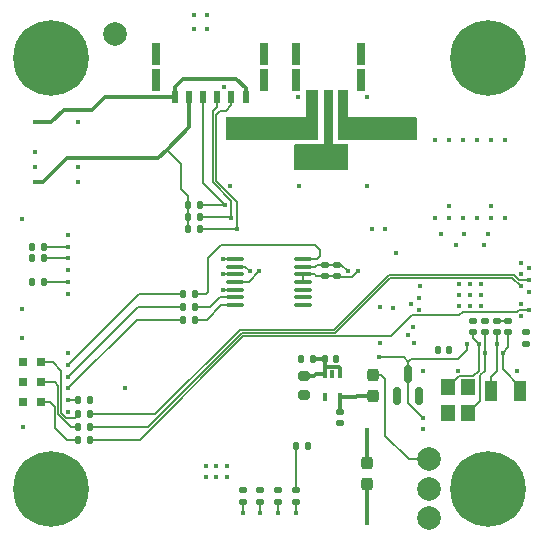
<source format=gbr>
%TF.GenerationSoftware,KiCad,Pcbnew,8.0.7*%
%TF.CreationDate,2025-04-07T22:13:35-04:00*%
%TF.ProjectId,motor-controller,6d6f746f-722d-4636-9f6e-74726f6c6c65,1*%
%TF.SameCoordinates,Original*%
%TF.FileFunction,Copper,L1,Top*%
%TF.FilePolarity,Positive*%
%FSLAX46Y46*%
G04 Gerber Fmt 4.6, Leading zero omitted, Abs format (unit mm)*
G04 Created by KiCad (PCBNEW 8.0.7) date 2025-04-07 22:13:35*
%MOMM*%
%LPD*%
G01*
G04 APERTURE LIST*
G04 Aperture macros list*
%AMRoundRect*
0 Rectangle with rounded corners*
0 $1 Rounding radius*
0 $2 $3 $4 $5 $6 $7 $8 $9 X,Y pos of 4 corners*
0 Add a 4 corners polygon primitive as box body*
4,1,4,$2,$3,$4,$5,$6,$7,$8,$9,$2,$3,0*
0 Add four circle primitives for the rounded corners*
1,1,$1+$1,$2,$3*
1,1,$1+$1,$4,$5*
1,1,$1+$1,$6,$7*
1,1,$1+$1,$8,$9*
0 Add four rect primitives between the rounded corners*
20,1,$1+$1,$2,$3,$4,$5,0*
20,1,$1+$1,$4,$5,$6,$7,0*
20,1,$1+$1,$6,$7,$8,$9,0*
20,1,$1+$1,$8,$9,$2,$3,0*%
G04 Aperture macros list end*
%TA.AperFunction,SMDPad,CuDef*%
%ADD10RoundRect,0.135000X0.185000X-0.135000X0.185000X0.135000X-0.185000X0.135000X-0.185000X-0.135000X0*%
%TD*%
%TA.AperFunction,SMDPad,CuDef*%
%ADD11RoundRect,0.135000X-0.185000X0.135000X-0.185000X-0.135000X0.185000X-0.135000X0.185000X0.135000X0*%
%TD*%
%TA.AperFunction,SMDPad,CuDef*%
%ADD12RoundRect,0.140000X0.170000X-0.140000X0.170000X0.140000X-0.170000X0.140000X-0.170000X-0.140000X0*%
%TD*%
%TA.AperFunction,SMDPad,CuDef*%
%ADD13RoundRect,0.135000X0.135000X0.185000X-0.135000X0.185000X-0.135000X-0.185000X0.135000X-0.185000X0*%
%TD*%
%TA.AperFunction,SMDPad,CuDef*%
%ADD14RoundRect,0.140000X0.140000X0.170000X-0.140000X0.170000X-0.140000X-0.170000X0.140000X-0.170000X0*%
%TD*%
%TA.AperFunction,SMDPad,CuDef*%
%ADD15RoundRect,0.140000X-0.140000X-0.170000X0.140000X-0.170000X0.140000X0.170000X-0.140000X0.170000X0*%
%TD*%
%TA.AperFunction,SMDPad,CuDef*%
%ADD16R,0.800000X0.800000*%
%TD*%
%TA.AperFunction,SMDPad,CuDef*%
%ADD17R,1.200000X1.400000*%
%TD*%
%TA.AperFunction,SMDPad,CuDef*%
%ADD18RoundRect,0.150000X0.150000X-0.587500X0.150000X0.587500X-0.150000X0.587500X-0.150000X-0.587500X0*%
%TD*%
%TA.AperFunction,ComponentPad*%
%ADD19C,3.600000*%
%TD*%
%TA.AperFunction,ConnectorPad*%
%ADD20C,6.400000*%
%TD*%
%TA.AperFunction,SMDPad,CuDef*%
%ADD21RoundRect,0.135000X-0.135000X-0.185000X0.135000X-0.185000X0.135000X0.185000X-0.135000X0.185000X0*%
%TD*%
%TA.AperFunction,SMDPad,CuDef*%
%ADD22RoundRect,0.237500X0.237500X-0.287500X0.237500X0.287500X-0.237500X0.287500X-0.237500X-0.287500X0*%
%TD*%
%TA.AperFunction,SMDPad,CuDef*%
%ADD23RoundRect,0.100000X-0.100000X0.225000X-0.100000X-0.225000X0.100000X-0.225000X0.100000X0.225000X0*%
%TD*%
%TA.AperFunction,SMDPad,CuDef*%
%ADD24RoundRect,0.100000X-0.637500X-0.100000X0.637500X-0.100000X0.637500X0.100000X-0.637500X0.100000X0*%
%TD*%
%TA.AperFunction,SMDPad,CuDef*%
%ADD25R,0.600000X1.100000*%
%TD*%
%TA.AperFunction,SMDPad,CuDef*%
%ADD26R,0.700000X1.850000*%
%TD*%
%TA.AperFunction,SMDPad,CuDef*%
%ADD27RoundRect,0.140000X-0.170000X0.140000X-0.170000X-0.140000X0.170000X-0.140000X0.170000X0.140000X0*%
%TD*%
%TA.AperFunction,SMDPad,CuDef*%
%ADD28R,1.000000X1.800000*%
%TD*%
%TA.AperFunction,SMDPad,CuDef*%
%ADD29RoundRect,0.200000X0.275000X-0.200000X0.275000X0.200000X-0.275000X0.200000X-0.275000X-0.200000X0*%
%TD*%
%TA.AperFunction,ViaPad*%
%ADD30C,0.450000*%
%TD*%
%TA.AperFunction,ViaPad*%
%ADD31C,2.000000*%
%TD*%
%TA.AperFunction,Conductor*%
%ADD32C,0.153000*%
%TD*%
%TA.AperFunction,Conductor*%
%ADD33C,0.300000*%
%TD*%
%TA.AperFunction,Conductor*%
%ADD34C,0.200000*%
%TD*%
G04 APERTURE END LIST*
D10*
%TO.P,R35,1*%
%TO.N,Net-(J5-Pin_8)*%
X212250000Y-166609999D03*
%TO.P,R35,2*%
%TO.N,/BOOT_UART.TX*%
X212250000Y-165590001D03*
%TD*%
D11*
%TO.P,R34,1*%
%TO.N,+3V3*%
X210750000Y-165590001D03*
%TO.P,R34,2*%
%TO.N,/BOOT_UART.RX*%
X210750000Y-166609999D03*
%TD*%
D12*
%TO.P,C13,1*%
%TO.N,+3V3*%
X214700000Y-147480000D03*
%TO.P,C13,2*%
%TO.N,GND*%
X214700000Y-146520000D03*
%TD*%
D13*
%TO.P,R15,1*%
%TO.N,/motor_driver/LED_{FW_READY}*%
X194859999Y-160250000D03*
%TO.P,R15,2*%
%TO.N,Net-(D4-A)*%
X193840001Y-160250000D03*
%TD*%
D14*
%TO.P,C5,1*%
%TO.N,+3V0*%
X225230000Y-153750000D03*
%TO.P,C5,2*%
%TO.N,GND*%
X224270000Y-153750000D03*
%TD*%
D15*
%TO.P,C14,1*%
%TO.N,/3v3_FILT*%
X214720000Y-154500000D03*
%TO.P,C14,2*%
%TO.N,GND*%
X215680000Y-154500000D03*
%TD*%
D10*
%TO.P,R20,1*%
%TO.N,/BOOT_UART.RST*%
X209250000Y-166609999D03*
%TO.P,R20,2*%
%TO.N,GND*%
X209250000Y-165590001D03*
%TD*%
D16*
%TO.P,D5,1,K*%
%TO.N,GND*%
X189150000Y-154800000D03*
%TO.P,D5,2,A*%
%TO.N,Net-(D5-A)*%
X190650000Y-154800000D03*
%TD*%
D12*
%TO.P,C21,1*%
%TO.N,/motor_driver/OSC_P*%
X228250000Y-152230000D03*
%TO.P,C21,2*%
%TO.N,GND*%
X228250000Y-151270000D03*
%TD*%
D17*
%TO.P,Y2,1,1*%
%TO.N,/motor_driver/OSC_N*%
X225150000Y-156900000D03*
%TO.P,Y2,2,2*%
%TO.N,GND*%
X225150000Y-159100000D03*
%TO.P,Y2,3,3*%
%TO.N,/motor_driver/OSC_P*%
X226850000Y-159100000D03*
%TO.P,Y2,4,4*%
%TO.N,GND*%
X226850000Y-156900000D03*
%TD*%
D13*
%TO.P,R8,1*%
%TO.N,/motor_driver/LED_{WARN}*%
X194859999Y-161350000D03*
%TO.P,R8,2*%
%TO.N,Net-(D3-A)*%
X193840001Y-161350000D03*
%TD*%
D18*
%TO.P,Q7,1,G*%
%TO.N,/BOOT_UART.RST*%
X220800000Y-157687500D03*
%TO.P,Q7,2,S*%
%TO.N,GND*%
X222700000Y-157687500D03*
%TO.P,Q7,3,D*%
%TO.N,/motor_driver/NRST*%
X221750000Y-155812500D03*
%TD*%
D19*
%TO.P,H2,1*%
%TO.N,N/C*%
X228500000Y-129000000D03*
D20*
X228500000Y-129000000D03*
%TD*%
D19*
%TO.P,H1,1*%
%TO.N,N/C*%
X191500000Y-129000000D03*
D20*
X191500000Y-129000000D03*
%TD*%
D14*
%TO.P,C17,1*%
%TO.N,/3v3_FILT*%
X213680000Y-154500000D03*
%TO.P,C17,2*%
%TO.N,GND*%
X212720000Y-154500000D03*
%TD*%
D21*
%TO.P,R28,1*%
%TO.N,+3V3*%
X203090001Y-142500000D03*
%TO.P,R28,2*%
%TO.N,/motor_driver/HALL_{1}*%
X204109999Y-142500000D03*
%TD*%
%TO.P,R40,1*%
%TO.N,GND*%
X189940000Y-146000000D03*
%TO.P,R40,2*%
%TO.N,/encoder/SCK*%
X190960000Y-146000000D03*
%TD*%
%TO.P,R29,1*%
%TO.N,+3V3*%
X203090001Y-143500000D03*
%TO.P,R29,2*%
%TO.N,/motor_driver/HALL_{2}*%
X204109999Y-143500000D03*
%TD*%
%TO.P,R31,1*%
%TO.N,GND*%
X189940000Y-148000000D03*
%TO.P,R31,2*%
%TO.N,/encoder/MOSI*%
X190960000Y-148000000D03*
%TD*%
D12*
%TO.P,C20,1*%
%TO.N,/motor_driver/OSC_N*%
X227250000Y-152230000D03*
%TO.P,C20,2*%
%TO.N,GND*%
X227250000Y-151270000D03*
%TD*%
D22*
%TO.P,F3,1*%
%TO.N,Net-(J5-Pin_12)*%
X218250000Y-165074999D03*
%TO.P,F3,2*%
%TO.N,+3V3*%
X218250000Y-163325001D03*
%TD*%
D23*
%TO.P,U3,1,IN*%
%TO.N,/3v3_FILT*%
X216000000Y-155800000D03*
%TO.P,U3,2,GND*%
%TO.N,GND*%
X215350000Y-155800001D03*
%TO.P,U3,3,EN*%
%TO.N,/3v3_FILT*%
X214700000Y-155800000D03*
%TO.P,U3,4,NC*%
%TO.N,unconnected-(U3-NC-Pad4)*%
X214700000Y-157700000D03*
%TO.P,U3,5,OUT*%
%TO.N,/3v0_PREFUSE*%
X216000000Y-157700000D03*
%TD*%
D16*
%TO.P,D3,1,K*%
%TO.N,GND*%
X189150000Y-158200000D03*
%TO.P,D3,2,A*%
%TO.N,Net-(D3-A)*%
X190650000Y-158200000D03*
%TD*%
D24*
%TO.P,U2,1,CSn*%
%TO.N,/encoder/CSn*%
X207137500Y-146050000D03*
%TO.P,U2,2,CLK*%
%TO.N,/encoder/SCK*%
X207137500Y-146700000D03*
%TO.P,U2,3,MISO*%
%TO.N,/encoder/MISO*%
X207137500Y-147350000D03*
%TO.P,U2,4,MOSI*%
%TO.N,/encoder/MOSI*%
X207137500Y-148000000D03*
%TO.P,U2,5,Test*%
%TO.N,GND*%
X207137500Y-148650000D03*
%TO.P,U2,6,B*%
%TO.N,Net-(U2-B)*%
X207137500Y-149300000D03*
%TO.P,U2,7,A*%
%TO.N,Net-(U2-A)*%
X207137500Y-149950000D03*
%TO.P,U2,8,W/PWM*%
%TO.N,unconnected-(U2-W{slash}PWM-Pad8)*%
X212862500Y-149950000D03*
%TO.P,U2,9,V*%
%TO.N,unconnected-(U2-V-Pad9)*%
X212862500Y-149300000D03*
%TO.P,U2,10,U*%
%TO.N,unconnected-(U2-U-Pad10)*%
X212862500Y-148650000D03*
%TO.P,U2,11,VDD*%
%TO.N,+3V3*%
X212862500Y-148000000D03*
%TO.P,U2,12,VDD3V3*%
X212862500Y-147350000D03*
%TO.P,U2,13,GND*%
%TO.N,GND*%
X212862500Y-146700000D03*
%TO.P,U2,14,I*%
%TO.N,Net-(U2-I)*%
X212862500Y-146050000D03*
%TD*%
D16*
%TO.P,D4,1,K*%
%TO.N,GND*%
X189150000Y-156500000D03*
%TO.P,D4,2,A*%
%TO.N,Net-(D4-A)*%
X190650000Y-156500000D03*
%TD*%
D25*
%TO.P,J4,1,Pin_1*%
%TO.N,GND*%
X202000000Y-132300000D03*
%TO.P,J4,2,Pin_2*%
%TO.N,+3V3*%
X203200000Y-132300000D03*
%TO.P,J4,3,Pin_3*%
%TO.N,/motor_driver/HALL_{3}*%
X204400000Y-132300000D03*
%TO.P,J4,4,Pin_4*%
%TO.N,/motor_driver/HALL_{1}*%
X205600000Y-132300000D03*
%TO.P,J4,5,Pin_5*%
%TO.N,/motor_driver/HALL_{2}*%
X206800000Y-132300000D03*
%TO.P,J4,6,Pin_6*%
%TO.N,GND*%
X208000000Y-132300000D03*
D26*
%TO.P,J4,MP*%
%TO.N,N/C*%
X200450000Y-128675000D03*
X200450000Y-130875000D03*
X209550000Y-128675000D03*
X209550000Y-130875000D03*
%TD*%
D12*
%TO.P,C12,1*%
%TO.N,+3V3*%
X215700000Y-147480000D03*
%TO.P,C12,2*%
%TO.N,GND*%
X215700000Y-146520000D03*
%TD*%
D21*
%TO.P,R33,1*%
%TO.N,/encoder/VEL_ENC.A*%
X202690001Y-151200000D03*
%TO.P,R33,2*%
%TO.N,Net-(U2-A)*%
X203709999Y-151200000D03*
%TD*%
D19*
%TO.P,H3,1*%
%TO.N,N/C*%
X191500000Y-165500000D03*
D20*
X191500000Y-165500000D03*
%TD*%
D19*
%TO.P,H4,1*%
%TO.N,N/C*%
X228500000Y-165500000D03*
D20*
X228500000Y-165500000D03*
%TD*%
D21*
%TO.P,R41,1*%
%TO.N,/encoder/VEL_ENC.B*%
X202690001Y-150100000D03*
%TO.P,R41,2*%
%TO.N,Net-(U2-B)*%
X203709999Y-150100000D03*
%TD*%
%TO.P,R7,1*%
%TO.N,/motor_driver/VEL_ENC_{~{DET}}*%
X193840001Y-158000000D03*
%TO.P,R7,2*%
%TO.N,+3V3*%
X194859999Y-158000000D03*
%TD*%
D27*
%TO.P,C15,1*%
%TO.N,/3v0_PREFUSE*%
X216000000Y-158970000D03*
%TO.P,C15,2*%
%TO.N,GND*%
X216000000Y-159930000D03*
%TD*%
D10*
%TO.P,R37,1*%
%TO.N,/BOOT_UART.BOOT0*%
X207750000Y-166609999D03*
%TO.P,R37,2*%
%TO.N,GND*%
X207750000Y-165590001D03*
%TD*%
D13*
%TO.P,R32,1*%
%TO.N,/encoder/CSn*%
X190959999Y-145000000D03*
%TO.P,R32,2*%
%TO.N,+3V3*%
X189940001Y-145000000D03*
%TD*%
D25*
%TO.P,J2,1,Pin_1*%
%TO.N,/motor_driver/MOTOR_{W}*%
X213800000Y-132300000D03*
%TO.P,J2,2,Pin_2*%
%TO.N,/motor_driver/MOTOR_{U}*%
X215000000Y-132300000D03*
%TO.P,J2,3,Pin_3*%
%TO.N,/motor_driver/MOTOR_{V}*%
X216200000Y-132300000D03*
D26*
%TO.P,J2,MP*%
%TO.N,N/C*%
X212250000Y-128675000D03*
X212250000Y-130875000D03*
X217750000Y-128675000D03*
X217750000Y-130875000D03*
%TD*%
D27*
%TO.P,C3,1*%
%TO.N,+3V3*%
X231750000Y-152270000D03*
%TO.P,C3,2*%
%TO.N,GND*%
X231750000Y-153230000D03*
%TD*%
D22*
%TO.P,F1,1*%
%TO.N,/3v0_PREFUSE*%
X218750000Y-157624999D03*
%TO.P,F1,2*%
%TO.N,+3V0*%
X218750000Y-155875001D03*
%TD*%
D12*
%TO.P,C19,1*%
%TO.N,/motor_driver/OSC32_P*%
X230250000Y-152230000D03*
%TO.P,C19,2*%
%TO.N,GND*%
X230250000Y-151270000D03*
%TD*%
D13*
%TO.P,R16,1*%
%TO.N,/motor_driver/LED_{ERROR}*%
X194859999Y-159150000D03*
%TO.P,R16,2*%
%TO.N,Net-(D5-A)*%
X193840001Y-159150000D03*
%TD*%
D21*
%TO.P,R42,1*%
%TO.N,/encoder/VEL_ENC.Z*%
X202690001Y-149000000D03*
%TO.P,R42,2*%
%TO.N,Net-(U2-I)*%
X203709999Y-149000000D03*
%TD*%
%TO.P,R30,1*%
%TO.N,+3V3*%
X203090001Y-141500000D03*
%TO.P,R30,2*%
%TO.N,/motor_driver/HALL_{3}*%
X204109999Y-141500000D03*
%TD*%
D28*
%TO.P,Y1,1,1*%
%TO.N,/motor_driver/OSC32_N*%
X228750001Y-157250000D03*
%TO.P,Y1,2,2*%
%TO.N,/motor_driver/OSC32_P*%
X231249999Y-157250000D03*
%TD*%
D29*
%TO.P,L1,1,1*%
%TO.N,+3V3*%
X212950000Y-157575000D03*
%TO.P,L1,2,2*%
%TO.N,/3v3_FILT*%
X212950000Y-155925000D03*
%TD*%
D21*
%TO.P,R39,1*%
%TO.N,/BOOT_UART.TX*%
X212240001Y-161850000D03*
%TO.P,R39,2*%
%TO.N,/motor_driver/SWCLK*%
X213259999Y-161850000D03*
%TD*%
D12*
%TO.P,C18,1*%
%TO.N,/motor_driver/OSC32_N*%
X229250000Y-152230000D03*
%TO.P,C18,2*%
%TO.N,GND*%
X229250000Y-151270000D03*
%TD*%
D30*
%TO.N,/motor_driver/MOTOR_{U}*%
X212700000Y-138000000D03*
X213600000Y-138000000D03*
X216300000Y-136900000D03*
X212700000Y-136900000D03*
X215400000Y-138000000D03*
X215400000Y-136900000D03*
X216300000Y-138000000D03*
X214500000Y-136900000D03*
X228520000Y-143900000D03*
X213600000Y-136900000D03*
X214500000Y-138000000D03*
D31*
%TO.N,GND*%
X223500000Y-165500000D03*
D30*
X227900000Y-149100000D03*
X222800000Y-148350000D03*
X220500000Y-150169999D03*
X189940000Y-148000000D03*
X204650000Y-164550000D03*
X223000000Y-155500000D03*
X227000000Y-149100000D03*
X227000000Y-150000000D03*
X231350000Y-149850000D03*
X189150000Y-154800000D03*
X227900000Y-150000000D03*
X231750000Y-153230000D03*
X189150000Y-158200000D03*
X204650000Y-163550000D03*
X207750000Y-165590001D03*
X224250000Y-153750000D03*
X226100000Y-148200000D03*
X229250000Y-151270000D03*
X227900000Y-148200000D03*
X205500000Y-164550000D03*
X189940000Y-146000000D03*
X212720000Y-154500000D03*
X203600000Y-126600000D03*
X206400000Y-163550000D03*
X203600000Y-125400000D03*
X193000001Y-149000000D03*
X205500000Y-163550000D03*
X206400000Y-164550000D03*
X190180000Y-134460000D03*
X189100000Y-152700000D03*
X216625000Y-147100000D03*
X189125000Y-160300000D03*
X223000000Y-160480000D03*
X189150000Y-156500000D03*
X215350000Y-155800001D03*
X227250000Y-151270000D03*
X215680000Y-154500000D03*
X227000000Y-148200000D03*
X219800000Y-143520000D03*
X204700000Y-125400000D03*
X190180000Y-138270000D03*
X193000001Y-154000000D03*
X189100000Y-142700000D03*
X206100000Y-148650000D03*
X204700000Y-126600000D03*
X222700000Y-157687500D03*
X209250000Y-165600000D03*
X189100000Y-150300000D03*
X190200000Y-137000000D03*
X228250000Y-151270000D03*
X216000000Y-159930000D03*
X226850000Y-156900000D03*
X226100000Y-150000000D03*
X231000000Y-155500000D03*
X226100000Y-149100000D03*
X219350000Y-150140001D03*
X225150000Y-159100000D03*
D31*
%TO.N,+BATT*%
X196900000Y-127000000D03*
D30*
X219350000Y-153159999D03*
X197825000Y-156950000D03*
X225975001Y-155500000D03*
%TO.N,+3V0*%
X225230000Y-153750000D03*
X220725000Y-145540001D03*
X218750000Y-155875001D03*
X218725000Y-143490001D03*
D31*
X223500000Y-163000000D03*
D30*
%TO.N,/motor_driver/MOTOR_{V}*%
X220200000Y-135500000D03*
X222000000Y-135500000D03*
X221100000Y-135500000D03*
X219300000Y-135500000D03*
X218400000Y-135500000D03*
X221100000Y-134500000D03*
X218400000Y-134500000D03*
X220200000Y-134500000D03*
X222000000Y-134500000D03*
X226520000Y-143900000D03*
X219300000Y-134500000D03*
%TO.N,/motor_driver/MOTOR_{W}*%
X210500000Y-135500000D03*
X207800000Y-135500000D03*
X224520000Y-143900000D03*
X209600000Y-134400000D03*
X206900000Y-135500000D03*
X206900000Y-134400000D03*
X207800000Y-134400000D03*
X208700000Y-135500000D03*
X210500000Y-134400000D03*
X209600000Y-135500000D03*
X208700000Y-134400000D03*
%TO.N,/motor_driver/NRST*%
X226750000Y-153250000D03*
X223000000Y-159520000D03*
X193820000Y-134460000D03*
X219250000Y-154375000D03*
%TO.N,/motor_driver/OSC32_N*%
X229250000Y-153250000D03*
%TO.N,/motor_driver/OSC32_P*%
X229750000Y-154000000D03*
%TO.N,/motor_driver/OSC_N*%
X227750000Y-153250000D03*
%TO.N,/motor_driver/OSC_P*%
X228250000Y-154000000D03*
%TO.N,Net-(D1B-K)*%
X228200000Y-144900000D03*
X228800000Y-141590001D03*
%TO.N,Net-(D2B-K)*%
X225800000Y-144900000D03*
X225200000Y-141590001D03*
%TO.N,+3V3*%
X189940001Y-145000000D03*
X231750000Y-152270000D03*
X217525000Y-147100000D03*
X210750000Y-165590001D03*
X190180000Y-139540000D03*
X193000001Y-159000000D03*
X212950000Y-157575000D03*
X194859999Y-158000000D03*
X218250000Y-162150000D03*
X218250000Y-161300000D03*
X218250000Y-160500000D03*
D31*
X223500000Y-168000000D03*
D30*
X193000001Y-144000000D03*
%TO.N,/motor_driver/VEL_ENC_{~{DET}}*%
X222650000Y-150350000D03*
X193000000Y-158000000D03*
%TO.N,/encoder/VEL_ENC.B*%
X222650000Y-149350000D03*
X193000000Y-156000000D03*
%TO.N,/encoder/VEL_ENC.A*%
X222000000Y-149850000D03*
X193000000Y-157000000D03*
%TO.N,/encoder/VEL_ENC.Z*%
X231350000Y-150850000D03*
X193000000Y-155000000D03*
%TO.N,/encoder/MOSI*%
X193000000Y-148000000D03*
X209150000Y-147100000D03*
%TO.N,/encoder/SCK*%
X208350000Y-147100000D03*
X193000000Y-146000000D03*
%TO.N,/encoder/MISO*%
X193000000Y-147000000D03*
X206100000Y-147350000D03*
%TO.N,/encoder/CSn*%
X206100000Y-146050000D03*
X193000000Y-145000000D03*
%TO.N,/BOOT_UART.RST*%
X209250000Y-167575000D03*
X220800000Y-157687500D03*
%TO.N,Net-(Q1-G)*%
X212445000Y-132300000D03*
X228800000Y-142609999D03*
X228800000Y-135990001D03*
%TO.N,Net-(Q2-G)*%
X230000000Y-135990001D03*
X230000000Y-142609999D03*
X212495001Y-139900000D03*
%TO.N,Net-(Q3-G)*%
X218295001Y-132300000D03*
X226400000Y-142609999D03*
X226400000Y-135990001D03*
%TO.N,/motor_driver/LED_{WARN}*%
X232000000Y-150350000D03*
%TO.N,Net-(Q4-G)*%
X227600000Y-142609999D03*
X218295001Y-139900000D03*
X227600000Y-135990001D03*
%TO.N,Net-(Q5-G)*%
X206175000Y-131450000D03*
X224000000Y-142609999D03*
X224000000Y-135990001D03*
%TO.N,Net-(Q6-G)*%
X206695001Y-139900000D03*
X225200000Y-142609999D03*
X225200000Y-135990001D03*
%TO.N,/motor_driver/LED_{FW_READY}*%
X231350000Y-148350000D03*
%TO.N,/motor_driver/LED_{ERROR}*%
X232000000Y-147850000D03*
%TO.N,/motor_driver/HALL_{1}*%
X222250000Y-153153500D03*
X206800000Y-142550000D03*
%TO.N,/motor_driver/HALL_{2}*%
X221750000Y-152525000D03*
X207300000Y-143500000D03*
%TO.N,/motor_driver/HALL_{3}*%
X206250000Y-141500000D03*
X222200000Y-151850000D03*
%TO.N,/BOOT_UART.RX*%
X210750000Y-167575000D03*
X231350000Y-147350000D03*
%TO.N,Net-(J5-Pin_8)*%
X212250000Y-167575000D03*
%TO.N,/BOOT_UART.BOOT0*%
X207750000Y-167575000D03*
X232000000Y-148850000D03*
%TO.N,/motor_driver/SWCLK*%
X213259999Y-161850000D03*
X193820000Y-138270000D03*
X232000000Y-146850000D03*
%TO.N,Net-(J5-Pin_12)*%
X218250000Y-166750000D03*
X218250000Y-168400000D03*
X218250000Y-167575000D03*
%TO.N,/motor_driver/SWDIO*%
X193820000Y-139540000D03*
X231350000Y-146350000D03*
%TD*%
D32*
%TO.N,GND*%
X207700000Y-165590001D02*
X207750000Y-165590001D01*
D33*
X192600000Y-133400000D02*
X191540000Y-134460000D01*
X202000000Y-132300000D02*
X196100000Y-132300000D01*
D32*
X209250000Y-165590001D02*
X209250000Y-165600000D01*
D33*
X207200000Y-130800000D02*
X202700000Y-130800000D01*
D34*
X212862500Y-146700000D02*
X213900000Y-146700000D01*
D33*
X208000000Y-132300000D02*
X208000000Y-131600000D01*
D32*
X227050000Y-156700000D02*
X226850000Y-156900000D01*
D34*
X214080000Y-146520000D02*
X214700000Y-146520000D01*
D32*
X227080000Y-156700000D02*
X227050000Y-156700000D01*
X230250000Y-151270000D02*
X229250000Y-151270000D01*
D34*
X213900000Y-146700000D02*
X214080000Y-146520000D01*
D33*
X202000000Y-131500000D02*
X202000000Y-132300000D01*
X195000000Y-133400000D02*
X192600000Y-133400000D01*
X202700000Y-130800000D02*
X202000000Y-131500000D01*
X196100000Y-132300000D02*
X195000000Y-133400000D01*
D34*
X216045000Y-146520000D02*
X216625000Y-147100000D01*
D32*
X206100000Y-148650000D02*
X207137500Y-148650000D01*
D33*
X191540000Y-134460000D02*
X190180000Y-134460000D01*
D32*
X222700000Y-157700000D02*
X222750000Y-157750000D01*
D34*
X215700000Y-146520000D02*
X214700000Y-146520000D01*
X215700000Y-146520000D02*
X216045000Y-146520000D01*
D33*
X208000000Y-131600000D02*
X207200000Y-130800000D01*
D32*
X222700000Y-157687500D02*
X222700000Y-157700000D01*
D34*
%TO.N,+3V0*%
X219800000Y-161000000D02*
X221800000Y-163000000D01*
X219475001Y-155875001D02*
X219800000Y-156200000D01*
X219800000Y-156200000D02*
X219800000Y-161000000D01*
X218750000Y-155875001D02*
X219475001Y-155875001D01*
X221800000Y-163000000D02*
X223500000Y-163000000D01*
D33*
%TO.N,/3v3_FILT*%
X213825000Y-155925000D02*
X213950000Y-155800000D01*
X212950000Y-155925000D02*
X213825000Y-155925000D01*
X214720000Y-155200000D02*
X214720000Y-155780000D01*
X214721999Y-155198001D02*
X214720000Y-155200000D01*
X215898001Y-155198001D02*
X214721999Y-155198001D01*
X216000000Y-155800000D02*
X216000000Y-155300000D01*
X216000000Y-155300000D02*
X215898001Y-155198001D01*
X214720000Y-155780000D02*
X214700000Y-155800000D01*
X213950000Y-155800000D02*
X214700000Y-155800000D01*
X214720000Y-154500000D02*
X214720000Y-155200000D01*
X213680000Y-154500000D02*
X214720000Y-154500000D01*
%TO.N,/3v0_PREFUSE*%
X216000000Y-157700000D02*
X217350000Y-157700000D01*
X217350000Y-157700000D02*
X217425001Y-157624999D01*
X216000000Y-158970000D02*
X216000000Y-157700000D01*
X217425001Y-157624999D02*
X218750000Y-157624999D01*
X216000001Y-157699999D02*
X216000000Y-157700000D01*
D32*
%TO.N,/motor_driver/NRST*%
X219250000Y-154375000D02*
X221375000Y-154375000D01*
X222000000Y-154500000D02*
X226000000Y-154500000D01*
X221750000Y-158270000D02*
X223000000Y-159520000D01*
X226000000Y-154500000D02*
X226750000Y-153750000D01*
X221375000Y-154375000D02*
X221750000Y-154750000D01*
X221750000Y-155800000D02*
X221750000Y-158270000D01*
X221750000Y-154750000D02*
X222000000Y-154500000D01*
X221750000Y-155800000D02*
X221750000Y-154750000D01*
X226750000Y-153750000D02*
X226750000Y-153250000D01*
%TO.N,/motor_driver/OSC32_N*%
X229250000Y-152230000D02*
X229250000Y-153250000D01*
X228750001Y-156024999D02*
X229250000Y-155525000D01*
X229250000Y-155525000D02*
X229250000Y-153250000D01*
X228750001Y-157250000D02*
X228750001Y-156024999D01*
%TO.N,/motor_driver/OSC32_P*%
X230250000Y-153500000D02*
X229750000Y-154000000D01*
X231249999Y-157250000D02*
X231249999Y-156849999D01*
X231249999Y-157500000D02*
X231249999Y-157950001D01*
X230250000Y-152230000D02*
X230250000Y-153500000D01*
X231200001Y-157549999D02*
X231249999Y-157500000D01*
X229750000Y-155350000D02*
X229750000Y-154000000D01*
X231249999Y-156849999D02*
X229750000Y-155350000D01*
%TO.N,/motor_driver/OSC_N*%
X227750000Y-155500000D02*
X227750000Y-153250000D01*
X225150000Y-156900000D02*
X226053500Y-155996500D01*
X227250000Y-152230000D02*
X227250000Y-152750000D01*
X227253500Y-155996500D02*
X227750000Y-155500000D01*
X226053500Y-155996500D02*
X227253500Y-155996500D01*
X227250000Y-152750000D02*
X227750000Y-153250000D01*
%TO.N,/motor_driver/OSC_P*%
X226850000Y-159100000D02*
X227850000Y-158100000D01*
X227850000Y-155900000D02*
X228250000Y-155500000D01*
X228250000Y-155500000D02*
X228250000Y-154000000D01*
X228250000Y-152230000D02*
X228250000Y-154000000D01*
X227850000Y-158100000D02*
X227850000Y-155900000D01*
D34*
%TO.N,+3V3*%
X201300000Y-136800000D02*
X202490000Y-137990000D01*
X203090001Y-141500000D02*
X203090001Y-142500000D01*
X213980000Y-147480000D02*
X214700000Y-147480000D01*
D33*
X203200000Y-134900000D02*
X201300000Y-136800000D01*
D34*
X203090001Y-142500000D02*
X203090001Y-143500000D01*
X215700000Y-147480000D02*
X214700000Y-147480000D01*
D33*
X218250000Y-163325001D02*
X218250000Y-160500000D01*
D34*
X213850000Y-147350000D02*
X213980000Y-147480000D01*
X215824000Y-147604000D02*
X217021000Y-147604000D01*
D33*
X190860000Y-139540000D02*
X190180000Y-139540000D01*
X200600000Y-137500000D02*
X192900000Y-137500000D01*
D34*
X217021000Y-147604000D02*
X217525000Y-147100000D01*
X202490000Y-137990000D02*
X202490000Y-140140000D01*
X212862500Y-147350000D02*
X213850000Y-147350000D01*
X212862500Y-148000000D02*
X212862500Y-147350000D01*
D33*
X203200000Y-132300000D02*
X203200000Y-134900000D01*
D34*
X203090001Y-140740001D02*
X203090001Y-141500000D01*
X215700000Y-147480000D02*
X215824000Y-147604000D01*
X202490000Y-140140000D02*
X203090001Y-140740001D01*
D33*
X192900000Y-137500000D02*
X190860000Y-139540000D01*
X201300000Y-136800000D02*
X200600000Y-137500000D01*
D32*
%TO.N,/motor_driver/VEL_ENC_{~{DET}}*%
X193840001Y-158000000D02*
X192900000Y-158000000D01*
X192900000Y-158000000D02*
X193000000Y-158000000D01*
%TO.N,/encoder/VEL_ENC.B*%
X193000000Y-156000000D02*
X198900000Y-150100000D01*
X198900000Y-150100000D02*
X202690001Y-150100000D01*
%TO.N,/encoder/VEL_ENC.A*%
X193000000Y-157000000D02*
X198800000Y-151200000D01*
X198800000Y-151200000D02*
X202690001Y-151200000D01*
%TO.N,/encoder/VEL_ENC.Z*%
X193000000Y-155000000D02*
X199000000Y-149000000D01*
X199000000Y-149000000D02*
X202690001Y-149000000D01*
%TO.N,/encoder/MOSI*%
X190960000Y-148000000D02*
X193000000Y-148000000D01*
X207137500Y-148000000D02*
X208250000Y-148000000D01*
X208250000Y-148000000D02*
X209150000Y-147100000D01*
%TO.N,/encoder/SCK*%
X207950000Y-146700000D02*
X208350000Y-147100000D01*
X190960000Y-146000000D02*
X193000000Y-146000000D01*
X207137500Y-146700000D02*
X207950000Y-146700000D01*
%TO.N,/encoder/MISO*%
X207137500Y-147350000D02*
X206100000Y-147350000D01*
%TO.N,/encoder/CSn*%
X190959999Y-145000000D02*
X193000000Y-145000000D01*
X207137500Y-146050000D02*
X206100000Y-146050000D01*
%TO.N,/BOOT_UART.RST*%
X209250000Y-166609999D02*
X209250000Y-167575000D01*
%TO.N,/motor_driver/LED_{WARN}*%
X230981470Y-150500000D02*
X231131470Y-150350000D01*
X207795980Y-152600000D02*
X220325000Y-152600000D01*
X220325000Y-152600000D02*
X222094500Y-150830500D01*
X222094500Y-150830500D02*
X226069500Y-150830500D01*
X226069500Y-150830500D02*
X226400000Y-150500000D01*
X199045980Y-161350000D02*
X207795980Y-152600000D01*
X226400000Y-150500000D02*
X230981470Y-150500000D01*
X231131470Y-150350000D02*
X232000000Y-150350000D01*
X194859999Y-161350000D02*
X199045980Y-161350000D01*
%TO.N,Net-(D3-A)*%
X191840000Y-158600000D02*
X191840000Y-160340000D01*
X191840000Y-160340000D02*
X192850000Y-161350000D01*
X192850000Y-161350000D02*
X193840001Y-161350000D01*
X191440000Y-158200000D02*
X191840000Y-158600000D01*
X190650000Y-158200000D02*
X191440000Y-158200000D01*
%TO.N,Net-(D4-A)*%
X190650000Y-156500000D02*
X191820000Y-156500000D01*
X193174491Y-160250000D02*
X193840001Y-160250000D01*
X191820000Y-156500000D02*
X192120000Y-156800000D01*
X192120000Y-159195509D02*
X193174491Y-160250000D01*
X192120000Y-156800000D02*
X192120000Y-159195509D01*
%TO.N,/motor_driver/LED_{FW_READY}*%
X230574490Y-147650000D02*
X231274490Y-148350000D01*
X207700000Y-152300000D02*
X215595980Y-152300000D01*
X199750000Y-160250000D02*
X207700000Y-152300000D01*
X194859999Y-160250000D02*
X199750000Y-160250000D01*
X215595980Y-152300000D02*
X220245980Y-147650000D01*
X231274490Y-148350000D02*
X231350000Y-148350000D01*
X220245980Y-147650000D02*
X230574490Y-147650000D01*
%TO.N,Net-(D5-A)*%
X192400000Y-159079529D02*
X192800971Y-159480500D01*
X193509501Y-159480500D02*
X193840001Y-159150000D01*
X191700000Y-154800000D02*
X192400000Y-155500000D01*
X192800971Y-159480500D02*
X193509501Y-159480500D01*
X190650000Y-154800000D02*
X191700000Y-154800000D01*
X192400000Y-155500000D02*
X192400000Y-159079529D01*
%TO.N,/motor_driver/LED_{ERROR}*%
X207480000Y-152020000D02*
X215480000Y-152020000D01*
X215480000Y-152020000D02*
X220130000Y-147370000D01*
X220130000Y-147370000D02*
X230690470Y-147370000D01*
X230690470Y-147370000D02*
X231170470Y-147850000D01*
X200350000Y-159150000D02*
X207480000Y-152020000D01*
X231170470Y-147850000D02*
X232000000Y-147850000D01*
X194859999Y-159150000D02*
X200350000Y-159150000D01*
%TO.N,/motor_driver/HALL_{1}*%
X205600000Y-133150000D02*
X205600000Y-132300000D01*
X204109999Y-142500000D02*
X206750000Y-142500000D01*
X205200000Y-139545980D02*
X205200000Y-133550000D01*
X206800000Y-142550000D02*
X206800000Y-141145980D01*
X205200000Y-133550000D02*
X205600000Y-133150000D01*
X206750000Y-142500000D02*
X206800000Y-142550000D01*
X206800000Y-141145980D02*
X205200000Y-139545980D01*
%TO.N,/motor_driver/HALL_{2}*%
X204109999Y-143500000D02*
X207300000Y-143500000D01*
X207300000Y-141250000D02*
X205480000Y-139430000D01*
X206800000Y-133000000D02*
X206800000Y-132300000D01*
X207300000Y-143500000D02*
X207300000Y-141250000D01*
X205800000Y-133500000D02*
X206300000Y-133500000D01*
X205480000Y-139430000D02*
X205480000Y-133820000D01*
X206300000Y-133500000D02*
X206800000Y-133000000D01*
X205480000Y-133820000D02*
X205800000Y-133500000D01*
%TO.N,/motor_driver/HALL_{3}*%
X204109999Y-141500000D02*
X206250000Y-141500000D01*
X206250000Y-141500000D02*
X204400000Y-139650000D01*
X204400000Y-139650000D02*
X204400000Y-132300000D01*
%TO.N,Net-(U2-A)*%
X205950000Y-149950000D02*
X204700000Y-151200000D01*
X204700000Y-151200000D02*
X203709999Y-151200000D01*
X207137500Y-149950000D02*
X205950000Y-149950000D01*
%TO.N,/BOOT_UART.RX*%
X210750000Y-166609999D02*
X210750000Y-167575000D01*
%TO.N,Net-(J5-Pin_8)*%
X212250000Y-166609999D02*
X212250000Y-167575000D01*
%TO.N,/BOOT_UART.TX*%
X212240001Y-161850000D02*
X212240001Y-165580002D01*
X212240001Y-165580002D02*
X212250000Y-165590001D01*
%TO.N,/BOOT_UART.BOOT0*%
X207750000Y-166609999D02*
X207750000Y-167575000D01*
%TO.N,Net-(U2-B)*%
X205000000Y-150100000D02*
X203709999Y-150100000D01*
X207137500Y-149300000D02*
X205800000Y-149300000D01*
X205800000Y-149300000D02*
X205000000Y-150100000D01*
%TO.N,Net-(U2-I)*%
X204819500Y-145980500D02*
X205900000Y-144900000D01*
X214050000Y-146050000D02*
X212862500Y-146050000D01*
X214300000Y-145300000D02*
X214300000Y-145800000D01*
X204639000Y-149000000D02*
X203709999Y-149000000D01*
X204819500Y-148819500D02*
X204639000Y-149000000D01*
X204819500Y-148819500D02*
X204819500Y-145980500D01*
X205900000Y-144900000D02*
X213900000Y-144900000D01*
X213900000Y-144900000D02*
X214300000Y-145300000D01*
X214300000Y-145800000D02*
X214050000Y-146050000D01*
D33*
%TO.N,Net-(J5-Pin_12)*%
X218250000Y-167575000D02*
X218250000Y-166750000D01*
X218250000Y-168400000D02*
X218250000Y-167575000D01*
X218250000Y-166750000D02*
X218250000Y-165074999D01*
%TD*%
%TA.AperFunction,Conductor*%
%TO.N,/motor_driver/MOTOR_{U}*%
G36*
X215343039Y-131719685D02*
G01*
X215388794Y-131772489D01*
X215400000Y-131824000D01*
X215400000Y-136300000D01*
X216576000Y-136300000D01*
X216643039Y-136319685D01*
X216688794Y-136372489D01*
X216700000Y-136424000D01*
X216700000Y-138376000D01*
X216680315Y-138443039D01*
X216627511Y-138488794D01*
X216576000Y-138500000D01*
X212224000Y-138500000D01*
X212156961Y-138480315D01*
X212111206Y-138427511D01*
X212100000Y-138376000D01*
X212100000Y-136424000D01*
X212119685Y-136356961D01*
X212172489Y-136311206D01*
X212224000Y-136300000D01*
X214600000Y-136300000D01*
X214600000Y-131824000D01*
X214619685Y-131756961D01*
X214672489Y-131711206D01*
X214724000Y-131700000D01*
X215276000Y-131700000D01*
X215343039Y-131719685D01*
G37*
%TD.AperFunction*%
%TD*%
%TA.AperFunction,Conductor*%
%TO.N,/motor_driver/MOTOR_{W}*%
G36*
X214043039Y-131719685D02*
G01*
X214088794Y-131772489D01*
X214100000Y-131824000D01*
X214100000Y-135876000D01*
X214080315Y-135943039D01*
X214027511Y-135988794D01*
X213976000Y-136000000D01*
X206424000Y-136000000D01*
X206356961Y-135980315D01*
X206311206Y-135927511D01*
X206300000Y-135876000D01*
X206300000Y-134124000D01*
X206319685Y-134056961D01*
X206372489Y-134011206D01*
X206424000Y-134000000D01*
X213100000Y-134000000D01*
X213100000Y-131824000D01*
X213119685Y-131756961D01*
X213172489Y-131711206D01*
X213224000Y-131700000D01*
X213976000Y-131700000D01*
X214043039Y-131719685D01*
G37*
%TD.AperFunction*%
%TD*%
%TA.AperFunction,Conductor*%
%TO.N,/motor_driver/MOTOR_{V}*%
G36*
X216643039Y-131719685D02*
G01*
X216688794Y-131772489D01*
X216700000Y-131824000D01*
X216700000Y-134000000D01*
X222376000Y-134000000D01*
X222443039Y-134019685D01*
X222488794Y-134072489D01*
X222500000Y-134124000D01*
X222500000Y-135876000D01*
X222480315Y-135943039D01*
X222427511Y-135988794D01*
X222376000Y-136000000D01*
X215924000Y-136000000D01*
X215856961Y-135980315D01*
X215811206Y-135927511D01*
X215800000Y-135876000D01*
X215800000Y-131824000D01*
X215819685Y-131756961D01*
X215872489Y-131711206D01*
X215924000Y-131700000D01*
X216576000Y-131700000D01*
X216643039Y-131719685D01*
G37*
%TD.AperFunction*%
%TD*%
M02*

</source>
